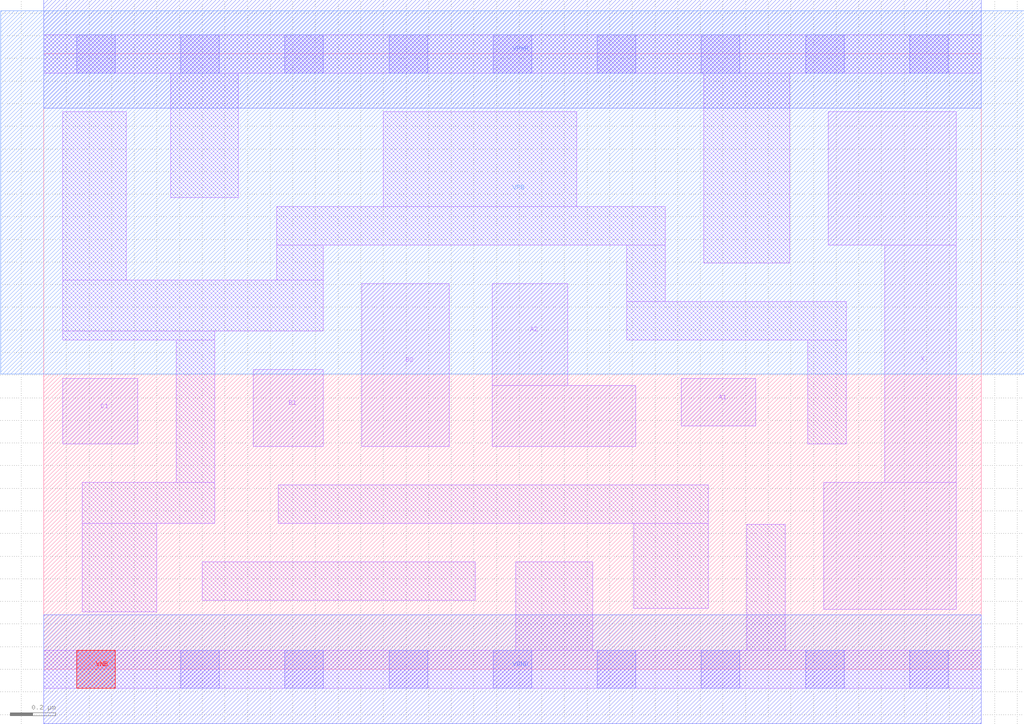
<source format=lef>
# Copyright 2020 The SkyWater PDK Authors
#
# Licensed under the Apache License, Version 2.0 (the "License");
# you may not use this file except in compliance with the License.
# You may obtain a copy of the License at
#
#     https://www.apache.org/licenses/LICENSE-2.0
#
# Unless required by applicable law or agreed to in writing, software
# distributed under the License is distributed on an "AS IS" BASIS,
# WITHOUT WARRANTIES OR CONDITIONS OF ANY KIND, either express or implied.
# See the License for the specific language governing permissions and
# limitations under the License.
#
# SPDX-License-Identifier: Apache-2.0

VERSION 5.7 ;
  NOWIREEXTENSIONATPIN ON ;
  DIVIDERCHAR "/" ;
  BUSBITCHARS "[]" ;
PROPERTYDEFINITIONS
  MACRO maskLayoutSubType STRING ;
  MACRO prCellType STRING ;
  MACRO originalViewName STRING ;
END PROPERTYDEFINITIONS
MACRO sky130_fd_sc_hdll__o221a_1
  CLASS CORE ;
  FOREIGN sky130_fd_sc_hdll__o221a_1 ;
  ORIGIN  0.000000  0.000000 ;
  SIZE  4.140000 BY  2.720000 ;
  SYMMETRY X Y R90 ;
  SITE unithd ;
  PIN A1
    ANTENNAGATEAREA  0.277500 ;
    DIRECTION INPUT ;
    USE SIGNAL ;
    PORT
      LAYER li1 ;
        RECT 2.815000 1.075000 3.145000 1.285000 ;
    END
  END A1
  PIN A2
    ANTENNAGATEAREA  0.277500 ;
    DIRECTION INPUT ;
    USE SIGNAL ;
    PORT
      LAYER li1 ;
        RECT 1.980000 0.985000 2.615000 1.255000 ;
        RECT 1.980000 1.255000 2.315000 1.705000 ;
    END
  END A2
  PIN B1
    ANTENNAGATEAREA  0.277500 ;
    DIRECTION INPUT ;
    USE SIGNAL ;
    PORT
      LAYER li1 ;
        RECT 0.925000 0.985000 1.235000 1.325000 ;
    END
  END B1
  PIN B2
    ANTENNAGATEAREA  0.277500 ;
    DIRECTION INPUT ;
    USE SIGNAL ;
    PORT
      LAYER li1 ;
        RECT 1.405000 0.985000 1.790000 1.705000 ;
    END
  END B2
  PIN C1
    ANTENNAGATEAREA  0.277500 ;
    DIRECTION INPUT ;
    USE SIGNAL ;
    PORT
      LAYER li1 ;
        RECT 0.085000 0.995000 0.415000 1.285000 ;
    END
  END C1
  PIN VNB
    PORT
      LAYER pwell ;
        RECT 0.145000 -0.085000 0.315000 0.085000 ;
    END
  END VNB
  PIN VPB
    PORT
      LAYER nwell ;
        RECT -0.190000 1.305000 4.330000 2.910000 ;
    END
  END VPB
  PIN X
    ANTENNADIFFAREA  0.504500 ;
    DIRECTION OUTPUT ;
    USE SIGNAL ;
    PORT
      LAYER li1 ;
        RECT 3.445000 0.265000 4.030000 0.825000 ;
        RECT 3.465000 1.875000 4.030000 2.465000 ;
        RECT 3.715000 0.825000 4.030000 1.875000 ;
    END
  END X
  PIN VGND
    DIRECTION INOUT ;
    USE GROUND ;
    PORT
      LAYER met1 ;
        RECT 0.000000 -0.240000 4.140000 0.240000 ;
    END
  END VGND
  PIN VPWR
    DIRECTION INOUT ;
    USE POWER ;
    PORT
      LAYER met1 ;
        RECT 0.000000 2.480000 4.140000 2.960000 ;
    END
  END VPWR
  OBS
    LAYER li1 ;
      RECT 0.000000 -0.085000 4.140000 0.085000 ;
      RECT 0.000000  2.635000 4.140000 2.805000 ;
      RECT 0.085000  1.455000 0.755000 1.495000 ;
      RECT 0.085000  1.495000 1.235000 1.720000 ;
      RECT 0.085000  1.720000 0.365000 2.465000 ;
      RECT 0.170000  0.255000 0.500000 0.645000 ;
      RECT 0.170000  0.645000 0.755000 0.825000 ;
      RECT 0.560000  2.085000 0.860000 2.635000 ;
      RECT 0.585000  0.825000 0.755000 1.455000 ;
      RECT 0.700000  0.305000 1.905000 0.475000 ;
      RECT 1.030000  1.720000 1.235000 1.875000 ;
      RECT 1.030000  1.875000 2.745000 2.045000 ;
      RECT 1.035000  0.645000 2.935000 0.815000 ;
      RECT 1.500000  2.045000 2.355000 2.465000 ;
      RECT 2.085000  0.085000 2.425000 0.475000 ;
      RECT 2.575000  1.455000 3.545000 1.625000 ;
      RECT 2.575000  1.625000 2.745000 1.875000 ;
      RECT 2.605000  0.270000 2.935000 0.645000 ;
      RECT 2.915000  1.795000 3.295000 2.635000 ;
      RECT 3.105000  0.085000 3.275000 0.640000 ;
      RECT 3.375000  0.995000 3.545000 1.455000 ;
    LAYER mcon ;
      RECT 0.145000 -0.085000 0.315000 0.085000 ;
      RECT 0.145000  2.635000 0.315000 2.805000 ;
      RECT 0.605000 -0.085000 0.775000 0.085000 ;
      RECT 0.605000  2.635000 0.775000 2.805000 ;
      RECT 1.065000 -0.085000 1.235000 0.085000 ;
      RECT 1.065000  2.635000 1.235000 2.805000 ;
      RECT 1.525000 -0.085000 1.695000 0.085000 ;
      RECT 1.525000  2.635000 1.695000 2.805000 ;
      RECT 1.985000 -0.085000 2.155000 0.085000 ;
      RECT 1.985000  2.635000 2.155000 2.805000 ;
      RECT 2.445000 -0.085000 2.615000 0.085000 ;
      RECT 2.445000  2.635000 2.615000 2.805000 ;
      RECT 2.905000 -0.085000 3.075000 0.085000 ;
      RECT 2.905000  2.635000 3.075000 2.805000 ;
      RECT 3.365000 -0.085000 3.535000 0.085000 ;
      RECT 3.365000  2.635000 3.535000 2.805000 ;
      RECT 3.825000 -0.085000 3.995000 0.085000 ;
      RECT 3.825000  2.635000 3.995000 2.805000 ;
  END
  PROPERTY maskLayoutSubType "abstract" ;
  PROPERTY prCellType "standard" ;
  PROPERTY originalViewName "layout" ;
END sky130_fd_sc_hdll__o221a_1
END LIBRARY

</source>
